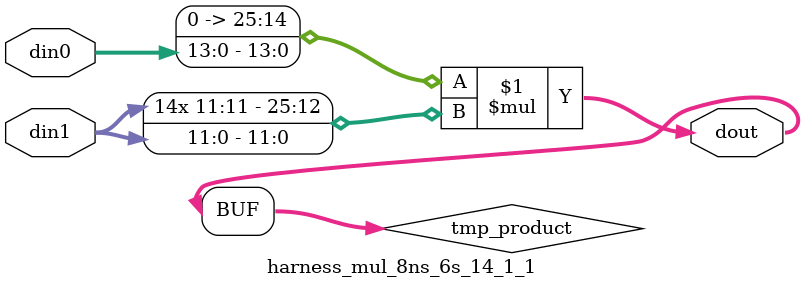
<source format=v>

`timescale 1 ns / 1 ps

 module harness_mul_8ns_6s_14_1_1(din0, din1, dout);
parameter ID = 1;
parameter NUM_STAGE = 0;
parameter din0_WIDTH = 14;
parameter din1_WIDTH = 12;
parameter dout_WIDTH = 26;

input [din0_WIDTH - 1 : 0] din0; 
input [din1_WIDTH - 1 : 0] din1; 
output [dout_WIDTH - 1 : 0] dout;

wire signed [dout_WIDTH - 1 : 0] tmp_product;

























assign tmp_product = $signed({1'b0, din0}) * $signed(din1);










assign dout = tmp_product;





















endmodule

</source>
